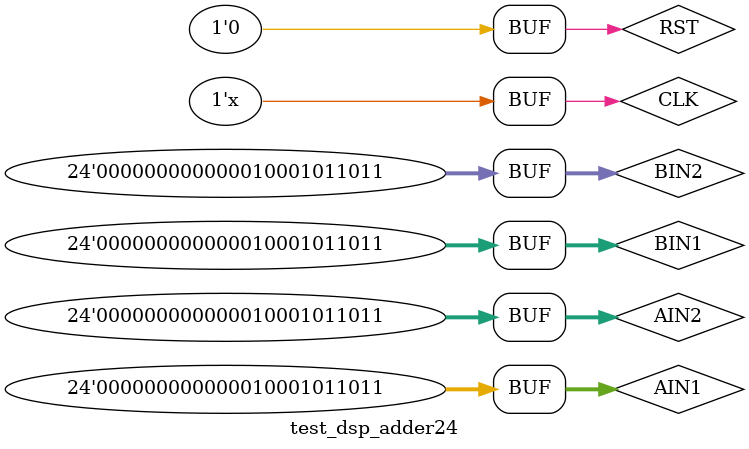
<source format=v>
`timescale 1ns/1ps

module test_dsp_adder24;

parameter CLK_PERIOD = 10;

	
reg           CLK, RST;
reg   [23:0]  AIN1, AIN2;
reg   [23:0]  BIN1, BIN2;
wire  [24:0]  OUT1, OUT2;



dsp_adder24 test(.AIN1(AIN1), .AIN2(AIN2), .BIN1(BIN1), .BIN2(BIN2), .CLK(CLK), .RST(RST), 
.OUT1(OUT1), .OUT2(OUT2));



initial 
begin
CLK <= 1'b0;
RST <= 1'b1;
#20 RST <= 1'b0;
end

initial 
begin


end


always
#(CLK_PERIOD/2) CLK = ~CLK;

initial
begin
#15 AIN1 <= 24'd8299999; 
#65 AIN1 <= 24'd2020;
#65 AIN1 <= 24'd10;
#65 AIN1 <= 24'd1115;
end

initial
begin
#15 AIN2 <= 24'd01010010; 
#65 AIN2 <= 24'd8388607;
#65 AIN2 <= 24'd10;
#65 AIN2 <= 24'd1115;
end


initial
begin
#15 BIN1 <= 24'd8288888; 
#65 BIN1 <= 24'd2020;
#65 BIN1 <= 24'd10;
#65 BIN1 <= 24'd1115;
end

initial
begin
#15 BIN2 <= 24'd512; 
#65 BIN2 <= 24'd8388607;
#65 BIN2 <= 24'd10;
#65 BIN2 <= 24'd1115;
end

initial 

$monitor ($time, "clk=%b", CLK, " OUT1 = %h", OUT1);
endmodule



</source>
